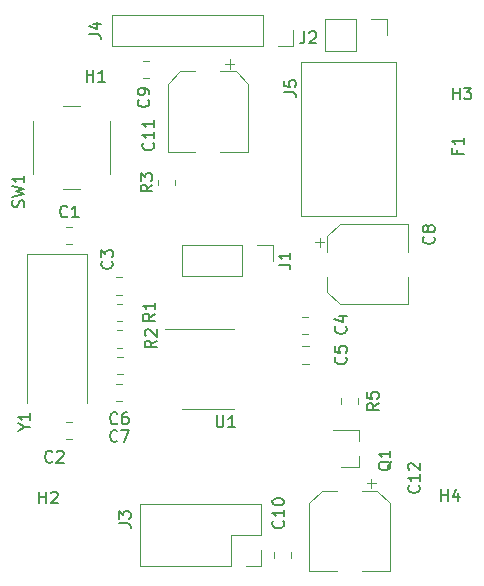
<source format=gbr>
G04 #@! TF.GenerationSoftware,KiCad,Pcbnew,5.1.9-73d0e3b20d~88~ubuntu18.04.1*
G04 #@! TF.CreationDate,2021-01-31T19:14:37+01:00*
G04 #@! TF.ProjectId,stm32_master_bt_bat,73746d33-325f-46d6-9173-7465725f6274,rev?*
G04 #@! TF.SameCoordinates,Original*
G04 #@! TF.FileFunction,Legend,Top*
G04 #@! TF.FilePolarity,Positive*
%FSLAX46Y46*%
G04 Gerber Fmt 4.6, Leading zero omitted, Abs format (unit mm)*
G04 Created by KiCad (PCBNEW 5.1.9-73d0e3b20d~88~ubuntu18.04.1) date 2021-01-31 19:14:37*
%MOMM*%
%LPD*%
G01*
G04 APERTURE LIST*
%ADD10C,0.120000*%
%ADD11C,0.150000*%
G04 APERTURE END LIST*
D10*
X127030000Y-215770000D02*
X127030000Y-217100000D01*
X125700000Y-215770000D02*
X127030000Y-215770000D01*
X124430000Y-215770000D02*
X124430000Y-218430000D01*
X124430000Y-218430000D02*
X119290000Y-218430000D01*
X124430000Y-215770000D02*
X119290000Y-215770000D01*
X119290000Y-215770000D02*
X119290000Y-218430000D01*
X130011252Y-221865000D02*
X129488748Y-221865000D01*
X130011252Y-223335000D02*
X129488748Y-223335000D01*
X128535000Y-242323752D02*
X128535000Y-241801248D01*
X127065000Y-242323752D02*
X127065000Y-241801248D01*
X126030000Y-241600000D02*
X126030000Y-242930000D01*
X126030000Y-242930000D02*
X124700000Y-242930000D01*
X126030000Y-240330000D02*
X123430000Y-240330000D01*
X123430000Y-240330000D02*
X123430000Y-242930000D01*
X123430000Y-242930000D02*
X115750000Y-242930000D01*
X115750000Y-237730000D02*
X115750000Y-242930000D01*
X126030000Y-237730000D02*
X115750000Y-237730000D01*
X126030000Y-237730000D02*
X126030000Y-240330000D01*
X109501248Y-214265000D02*
X110023752Y-214265000D01*
X109501248Y-215735000D02*
X110023752Y-215735000D01*
X109488748Y-232235000D02*
X110011252Y-232235000D01*
X109488748Y-230765000D02*
X110011252Y-230765000D01*
X113701248Y-219985000D02*
X114223752Y-219985000D01*
X113701248Y-218515000D02*
X114223752Y-218515000D01*
X130023752Y-224365000D02*
X129501248Y-224365000D01*
X130023752Y-225835000D02*
X129501248Y-225835000D01*
X114298752Y-226735000D02*
X113776248Y-226735000D01*
X114298752Y-225265000D02*
X113776248Y-225265000D01*
X116001248Y-200165000D02*
X116523752Y-200165000D01*
X116001248Y-201635000D02*
X116523752Y-201635000D01*
X136630000Y-196670000D02*
X136630000Y-198000000D01*
X135300000Y-196670000D02*
X136630000Y-196670000D01*
X134030000Y-196670000D02*
X134030000Y-199330000D01*
X134030000Y-199330000D02*
X131430000Y-199330000D01*
X134030000Y-196670000D02*
X131430000Y-196670000D01*
X131430000Y-196670000D02*
X131430000Y-199330000D01*
X134260000Y-234580000D02*
X132800000Y-234580000D01*
X134260000Y-231420000D02*
X132100000Y-231420000D01*
X134260000Y-231420000D02*
X134260000Y-232350000D01*
X134260000Y-234580000D02*
X134260000Y-233650000D01*
X114227064Y-222235000D02*
X113772936Y-222235000D01*
X114227064Y-220765000D02*
X113772936Y-220765000D01*
X114227064Y-223015000D02*
X113772936Y-223015000D01*
X114227064Y-224485000D02*
X113772936Y-224485000D01*
X118735000Y-210727064D02*
X118735000Y-210272936D01*
X117265000Y-210727064D02*
X117265000Y-210272936D01*
X132765000Y-228772936D02*
X132765000Y-229227064D01*
X134235000Y-228772936D02*
X134235000Y-229227064D01*
X121500000Y-222865000D02*
X117900000Y-222865000D01*
X121500000Y-222865000D02*
X123700000Y-222865000D01*
X121500000Y-229635000D02*
X119300000Y-229635000D01*
X121500000Y-229635000D02*
X123700000Y-229635000D01*
X138410000Y-220810000D02*
X138410000Y-218460000D01*
X138410000Y-213990000D02*
X138410000Y-216340000D01*
X132654437Y-213990000D02*
X138410000Y-213990000D01*
X132654437Y-220810000D02*
X138410000Y-220810000D01*
X131590000Y-219745563D02*
X131590000Y-218460000D01*
X131590000Y-215054437D02*
X131590000Y-216340000D01*
X131590000Y-215054437D02*
X132654437Y-213990000D01*
X131590000Y-219745563D02*
X132654437Y-220810000D01*
X130562500Y-215552500D02*
X131350000Y-215552500D01*
X130956250Y-215158750D02*
X130956250Y-215946250D01*
X123741250Y-200456250D02*
X122953750Y-200456250D01*
X123347500Y-200062500D02*
X123347500Y-200850000D01*
X119154437Y-201090000D02*
X118090000Y-202154437D01*
X123845563Y-201090000D02*
X124910000Y-202154437D01*
X123845563Y-201090000D02*
X122560000Y-201090000D01*
X119154437Y-201090000D02*
X120440000Y-201090000D01*
X118090000Y-202154437D02*
X118090000Y-207910000D01*
X124910000Y-202154437D02*
X124910000Y-207910000D01*
X124910000Y-207910000D02*
X122560000Y-207910000D01*
X118090000Y-207910000D02*
X120440000Y-207910000D01*
X135741250Y-235956250D02*
X134953750Y-235956250D01*
X135347500Y-235562500D02*
X135347500Y-236350000D01*
X131154437Y-236590000D02*
X130090000Y-237654437D01*
X135845563Y-236590000D02*
X136910000Y-237654437D01*
X135845563Y-236590000D02*
X134560000Y-236590000D01*
X131154437Y-236590000D02*
X132440000Y-236590000D01*
X130090000Y-237654437D02*
X130090000Y-243410000D01*
X136910000Y-237654437D02*
X136910000Y-243410000D01*
X136910000Y-243410000D02*
X134560000Y-243410000D01*
X130090000Y-243410000D02*
X132440000Y-243410000D01*
X110700000Y-204050000D02*
X109200000Y-204050000D01*
X106700000Y-205300000D02*
X106700000Y-209800000D01*
X109200000Y-211050000D02*
X110700000Y-211050000D01*
X113200000Y-209800000D02*
X113200000Y-205300000D01*
X114261252Y-228985000D02*
X113738748Y-228985000D01*
X114261252Y-227515000D02*
X113738748Y-227515000D01*
X137400000Y-200300000D02*
X137400000Y-213300000D01*
X137400000Y-213300000D02*
X129400000Y-213300000D01*
X137400000Y-200300000D02*
X129400000Y-200300000D01*
X129400000Y-200300000D02*
X129400000Y-213300000D01*
X111300000Y-229150000D02*
X111300000Y-216550000D01*
X111300000Y-216550000D02*
X106200000Y-216550000D01*
X106200000Y-216550000D02*
X106200000Y-229150000D01*
X128730000Y-197600000D02*
X128730000Y-198930000D01*
X128730000Y-198930000D02*
X127400000Y-198930000D01*
X126130000Y-198930000D02*
X113370000Y-198930000D01*
X113370000Y-196270000D02*
X113370000Y-198930000D01*
X126130000Y-196270000D02*
X113370000Y-196270000D01*
X126130000Y-196270000D02*
X126130000Y-198930000D01*
D11*
X127482380Y-217433333D02*
X128196666Y-217433333D01*
X128339523Y-217480952D01*
X128434761Y-217576190D01*
X128482380Y-217719047D01*
X128482380Y-217814285D01*
X128482380Y-216433333D02*
X128482380Y-217004761D01*
X128482380Y-216719047D02*
X127482380Y-216719047D01*
X127625238Y-216814285D01*
X127720476Y-216909523D01*
X127768095Y-217004761D01*
X111238095Y-201952380D02*
X111238095Y-200952380D01*
X111238095Y-201428571D02*
X111809523Y-201428571D01*
X111809523Y-201952380D02*
X111809523Y-200952380D01*
X112809523Y-201952380D02*
X112238095Y-201952380D01*
X112523809Y-201952380D02*
X112523809Y-200952380D01*
X112428571Y-201095238D01*
X112333333Y-201190476D01*
X112238095Y-201238095D01*
X133157142Y-222666666D02*
X133204761Y-222714285D01*
X133252380Y-222857142D01*
X133252380Y-222952380D01*
X133204761Y-223095238D01*
X133109523Y-223190476D01*
X133014285Y-223238095D01*
X132823809Y-223285714D01*
X132680952Y-223285714D01*
X132490476Y-223238095D01*
X132395238Y-223190476D01*
X132300000Y-223095238D01*
X132252380Y-222952380D01*
X132252380Y-222857142D01*
X132300000Y-222714285D01*
X132347619Y-222666666D01*
X132585714Y-221809523D02*
X133252380Y-221809523D01*
X132204761Y-222047619D02*
X132919047Y-222285714D01*
X132919047Y-221666666D01*
X127857142Y-239142857D02*
X127904761Y-239190476D01*
X127952380Y-239333333D01*
X127952380Y-239428571D01*
X127904761Y-239571428D01*
X127809523Y-239666666D01*
X127714285Y-239714285D01*
X127523809Y-239761904D01*
X127380952Y-239761904D01*
X127190476Y-239714285D01*
X127095238Y-239666666D01*
X127000000Y-239571428D01*
X126952380Y-239428571D01*
X126952380Y-239333333D01*
X127000000Y-239190476D01*
X127047619Y-239142857D01*
X127952380Y-238190476D02*
X127952380Y-238761904D01*
X127952380Y-238476190D02*
X126952380Y-238476190D01*
X127095238Y-238571428D01*
X127190476Y-238666666D01*
X127238095Y-238761904D01*
X126952380Y-237571428D02*
X126952380Y-237476190D01*
X127000000Y-237380952D01*
X127047619Y-237333333D01*
X127142857Y-237285714D01*
X127333333Y-237238095D01*
X127571428Y-237238095D01*
X127761904Y-237285714D01*
X127857142Y-237333333D01*
X127904761Y-237380952D01*
X127952380Y-237476190D01*
X127952380Y-237571428D01*
X127904761Y-237666666D01*
X127857142Y-237714285D01*
X127761904Y-237761904D01*
X127571428Y-237809523D01*
X127333333Y-237809523D01*
X127142857Y-237761904D01*
X127047619Y-237714285D01*
X127000000Y-237666666D01*
X126952380Y-237571428D01*
X113952380Y-239333333D02*
X114666666Y-239333333D01*
X114809523Y-239380952D01*
X114904761Y-239476190D01*
X114952380Y-239619047D01*
X114952380Y-239714285D01*
X113952380Y-238952380D02*
X113952380Y-238333333D01*
X114333333Y-238666666D01*
X114333333Y-238523809D01*
X114380952Y-238428571D01*
X114428571Y-238380952D01*
X114523809Y-238333333D01*
X114761904Y-238333333D01*
X114857142Y-238380952D01*
X114904761Y-238428571D01*
X114952380Y-238523809D01*
X114952380Y-238809523D01*
X114904761Y-238904761D01*
X114857142Y-238952380D01*
X109595833Y-213357142D02*
X109548214Y-213404761D01*
X109405357Y-213452380D01*
X109310119Y-213452380D01*
X109167261Y-213404761D01*
X109072023Y-213309523D01*
X109024404Y-213214285D01*
X108976785Y-213023809D01*
X108976785Y-212880952D01*
X109024404Y-212690476D01*
X109072023Y-212595238D01*
X109167261Y-212500000D01*
X109310119Y-212452380D01*
X109405357Y-212452380D01*
X109548214Y-212500000D01*
X109595833Y-212547619D01*
X110548214Y-213452380D02*
X109976785Y-213452380D01*
X110262500Y-213452380D02*
X110262500Y-212452380D01*
X110167261Y-212595238D01*
X110072023Y-212690476D01*
X109976785Y-212738095D01*
X108333333Y-234107142D02*
X108285714Y-234154761D01*
X108142857Y-234202380D01*
X108047619Y-234202380D01*
X107904761Y-234154761D01*
X107809523Y-234059523D01*
X107761904Y-233964285D01*
X107714285Y-233773809D01*
X107714285Y-233630952D01*
X107761904Y-233440476D01*
X107809523Y-233345238D01*
X107904761Y-233250000D01*
X108047619Y-233202380D01*
X108142857Y-233202380D01*
X108285714Y-233250000D01*
X108333333Y-233297619D01*
X108714285Y-233297619D02*
X108761904Y-233250000D01*
X108857142Y-233202380D01*
X109095238Y-233202380D01*
X109190476Y-233250000D01*
X109238095Y-233297619D01*
X109285714Y-233392857D01*
X109285714Y-233488095D01*
X109238095Y-233630952D01*
X108666666Y-234202380D01*
X109285714Y-234202380D01*
X113357142Y-217166666D02*
X113404761Y-217214285D01*
X113452380Y-217357142D01*
X113452380Y-217452380D01*
X113404761Y-217595238D01*
X113309523Y-217690476D01*
X113214285Y-217738095D01*
X113023809Y-217785714D01*
X112880952Y-217785714D01*
X112690476Y-217738095D01*
X112595238Y-217690476D01*
X112500000Y-217595238D01*
X112452380Y-217452380D01*
X112452380Y-217357142D01*
X112500000Y-217214285D01*
X112547619Y-217166666D01*
X112452380Y-216833333D02*
X112452380Y-216214285D01*
X112833333Y-216547619D01*
X112833333Y-216404761D01*
X112880952Y-216309523D01*
X112928571Y-216261904D01*
X113023809Y-216214285D01*
X113261904Y-216214285D01*
X113357142Y-216261904D01*
X113404761Y-216309523D01*
X113452380Y-216404761D01*
X113452380Y-216690476D01*
X113404761Y-216785714D01*
X113357142Y-216833333D01*
X133157142Y-225266666D02*
X133204761Y-225314285D01*
X133252380Y-225457142D01*
X133252380Y-225552380D01*
X133204761Y-225695238D01*
X133109523Y-225790476D01*
X133014285Y-225838095D01*
X132823809Y-225885714D01*
X132680952Y-225885714D01*
X132490476Y-225838095D01*
X132395238Y-225790476D01*
X132300000Y-225695238D01*
X132252380Y-225552380D01*
X132252380Y-225457142D01*
X132300000Y-225314285D01*
X132347619Y-225266666D01*
X132252380Y-224361904D02*
X132252380Y-224838095D01*
X132728571Y-224885714D01*
X132680952Y-224838095D01*
X132633333Y-224742857D01*
X132633333Y-224504761D01*
X132680952Y-224409523D01*
X132728571Y-224361904D01*
X132823809Y-224314285D01*
X133061904Y-224314285D01*
X133157142Y-224361904D01*
X133204761Y-224409523D01*
X133252380Y-224504761D01*
X133252380Y-224742857D01*
X133204761Y-224838095D01*
X133157142Y-224885714D01*
X113833333Y-230857142D02*
X113785714Y-230904761D01*
X113642857Y-230952380D01*
X113547619Y-230952380D01*
X113404761Y-230904761D01*
X113309523Y-230809523D01*
X113261904Y-230714285D01*
X113214285Y-230523809D01*
X113214285Y-230380952D01*
X113261904Y-230190476D01*
X113309523Y-230095238D01*
X113404761Y-230000000D01*
X113547619Y-229952380D01*
X113642857Y-229952380D01*
X113785714Y-230000000D01*
X113833333Y-230047619D01*
X114690476Y-229952380D02*
X114500000Y-229952380D01*
X114404761Y-230000000D01*
X114357142Y-230047619D01*
X114261904Y-230190476D01*
X114214285Y-230380952D01*
X114214285Y-230761904D01*
X114261904Y-230857142D01*
X114309523Y-230904761D01*
X114404761Y-230952380D01*
X114595238Y-230952380D01*
X114690476Y-230904761D01*
X114738095Y-230857142D01*
X114785714Y-230761904D01*
X114785714Y-230523809D01*
X114738095Y-230428571D01*
X114690476Y-230380952D01*
X114595238Y-230333333D01*
X114404761Y-230333333D01*
X114309523Y-230380952D01*
X114261904Y-230428571D01*
X114214285Y-230523809D01*
X116457142Y-203466666D02*
X116504761Y-203514285D01*
X116552380Y-203657142D01*
X116552380Y-203752380D01*
X116504761Y-203895238D01*
X116409523Y-203990476D01*
X116314285Y-204038095D01*
X116123809Y-204085714D01*
X115980952Y-204085714D01*
X115790476Y-204038095D01*
X115695238Y-203990476D01*
X115600000Y-203895238D01*
X115552380Y-203752380D01*
X115552380Y-203657142D01*
X115600000Y-203514285D01*
X115647619Y-203466666D01*
X116552380Y-202990476D02*
X116552380Y-202800000D01*
X116504761Y-202704761D01*
X116457142Y-202657142D01*
X116314285Y-202561904D01*
X116123809Y-202514285D01*
X115742857Y-202514285D01*
X115647619Y-202561904D01*
X115600000Y-202609523D01*
X115552380Y-202704761D01*
X115552380Y-202895238D01*
X115600000Y-202990476D01*
X115647619Y-203038095D01*
X115742857Y-203085714D01*
X115980952Y-203085714D01*
X116076190Y-203038095D01*
X116123809Y-202990476D01*
X116171428Y-202895238D01*
X116171428Y-202704761D01*
X116123809Y-202609523D01*
X116076190Y-202561904D01*
X115980952Y-202514285D01*
X129666666Y-197702380D02*
X129666666Y-198416666D01*
X129619047Y-198559523D01*
X129523809Y-198654761D01*
X129380952Y-198702380D01*
X129285714Y-198702380D01*
X130095238Y-197797619D02*
X130142857Y-197750000D01*
X130238095Y-197702380D01*
X130476190Y-197702380D01*
X130571428Y-197750000D01*
X130619047Y-197797619D01*
X130666666Y-197892857D01*
X130666666Y-197988095D01*
X130619047Y-198130952D01*
X130047619Y-198702380D01*
X130666666Y-198702380D01*
X137047619Y-234095238D02*
X137000000Y-234190476D01*
X136904761Y-234285714D01*
X136761904Y-234428571D01*
X136714285Y-234523809D01*
X136714285Y-234619047D01*
X136952380Y-234571428D02*
X136904761Y-234666666D01*
X136809523Y-234761904D01*
X136619047Y-234809523D01*
X136285714Y-234809523D01*
X136095238Y-234761904D01*
X136000000Y-234666666D01*
X135952380Y-234571428D01*
X135952380Y-234380952D01*
X136000000Y-234285714D01*
X136095238Y-234190476D01*
X136285714Y-234142857D01*
X136619047Y-234142857D01*
X136809523Y-234190476D01*
X136904761Y-234285714D01*
X136952380Y-234380952D01*
X136952380Y-234571428D01*
X136952380Y-233190476D02*
X136952380Y-233761904D01*
X136952380Y-233476190D02*
X135952380Y-233476190D01*
X136095238Y-233571428D01*
X136190476Y-233666666D01*
X136238095Y-233761904D01*
X117002380Y-221616666D02*
X116526190Y-221950000D01*
X117002380Y-222188095D02*
X116002380Y-222188095D01*
X116002380Y-221807142D01*
X116050000Y-221711904D01*
X116097619Y-221664285D01*
X116192857Y-221616666D01*
X116335714Y-221616666D01*
X116430952Y-221664285D01*
X116478571Y-221711904D01*
X116526190Y-221807142D01*
X116526190Y-222188095D01*
X117002380Y-220664285D02*
X117002380Y-221235714D01*
X117002380Y-220950000D02*
X116002380Y-220950000D01*
X116145238Y-221045238D01*
X116240476Y-221140476D01*
X116288095Y-221235714D01*
X117152380Y-223866666D02*
X116676190Y-224200000D01*
X117152380Y-224438095D02*
X116152380Y-224438095D01*
X116152380Y-224057142D01*
X116200000Y-223961904D01*
X116247619Y-223914285D01*
X116342857Y-223866666D01*
X116485714Y-223866666D01*
X116580952Y-223914285D01*
X116628571Y-223961904D01*
X116676190Y-224057142D01*
X116676190Y-224438095D01*
X116247619Y-223485714D02*
X116200000Y-223438095D01*
X116152380Y-223342857D01*
X116152380Y-223104761D01*
X116200000Y-223009523D01*
X116247619Y-222961904D01*
X116342857Y-222914285D01*
X116438095Y-222914285D01*
X116580952Y-222961904D01*
X117152380Y-223533333D01*
X117152380Y-222914285D01*
X116802380Y-210666666D02*
X116326190Y-211000000D01*
X116802380Y-211238095D02*
X115802380Y-211238095D01*
X115802380Y-210857142D01*
X115850000Y-210761904D01*
X115897619Y-210714285D01*
X115992857Y-210666666D01*
X116135714Y-210666666D01*
X116230952Y-210714285D01*
X116278571Y-210761904D01*
X116326190Y-210857142D01*
X116326190Y-211238095D01*
X115802380Y-210333333D02*
X115802380Y-209714285D01*
X116183333Y-210047619D01*
X116183333Y-209904761D01*
X116230952Y-209809523D01*
X116278571Y-209761904D01*
X116373809Y-209714285D01*
X116611904Y-209714285D01*
X116707142Y-209761904D01*
X116754761Y-209809523D01*
X116802380Y-209904761D01*
X116802380Y-210190476D01*
X116754761Y-210285714D01*
X116707142Y-210333333D01*
X135952380Y-229166666D02*
X135476190Y-229500000D01*
X135952380Y-229738095D02*
X134952380Y-229738095D01*
X134952380Y-229357142D01*
X135000000Y-229261904D01*
X135047619Y-229214285D01*
X135142857Y-229166666D01*
X135285714Y-229166666D01*
X135380952Y-229214285D01*
X135428571Y-229261904D01*
X135476190Y-229357142D01*
X135476190Y-229738095D01*
X134952380Y-228261904D02*
X134952380Y-228738095D01*
X135428571Y-228785714D01*
X135380952Y-228738095D01*
X135333333Y-228642857D01*
X135333333Y-228404761D01*
X135380952Y-228309523D01*
X135428571Y-228261904D01*
X135523809Y-228214285D01*
X135761904Y-228214285D01*
X135857142Y-228261904D01*
X135904761Y-228309523D01*
X135952380Y-228404761D01*
X135952380Y-228642857D01*
X135904761Y-228738095D01*
X135857142Y-228785714D01*
X122238095Y-230202380D02*
X122238095Y-231011904D01*
X122285714Y-231107142D01*
X122333333Y-231154761D01*
X122428571Y-231202380D01*
X122619047Y-231202380D01*
X122714285Y-231154761D01*
X122761904Y-231107142D01*
X122809523Y-231011904D01*
X122809523Y-230202380D01*
X123809523Y-231202380D02*
X123238095Y-231202380D01*
X123523809Y-231202380D02*
X123523809Y-230202380D01*
X123428571Y-230345238D01*
X123333333Y-230440476D01*
X123238095Y-230488095D01*
X140607142Y-215066666D02*
X140654761Y-215114285D01*
X140702380Y-215257142D01*
X140702380Y-215352380D01*
X140654761Y-215495238D01*
X140559523Y-215590476D01*
X140464285Y-215638095D01*
X140273809Y-215685714D01*
X140130952Y-215685714D01*
X139940476Y-215638095D01*
X139845238Y-215590476D01*
X139750000Y-215495238D01*
X139702380Y-215352380D01*
X139702380Y-215257142D01*
X139750000Y-215114285D01*
X139797619Y-215066666D01*
X140130952Y-214495238D02*
X140083333Y-214590476D01*
X140035714Y-214638095D01*
X139940476Y-214685714D01*
X139892857Y-214685714D01*
X139797619Y-214638095D01*
X139750000Y-214590476D01*
X139702380Y-214495238D01*
X139702380Y-214304761D01*
X139750000Y-214209523D01*
X139797619Y-214161904D01*
X139892857Y-214114285D01*
X139940476Y-214114285D01*
X140035714Y-214161904D01*
X140083333Y-214209523D01*
X140130952Y-214304761D01*
X140130952Y-214495238D01*
X140178571Y-214590476D01*
X140226190Y-214638095D01*
X140321428Y-214685714D01*
X140511904Y-214685714D01*
X140607142Y-214638095D01*
X140654761Y-214590476D01*
X140702380Y-214495238D01*
X140702380Y-214304761D01*
X140654761Y-214209523D01*
X140607142Y-214161904D01*
X140511904Y-214114285D01*
X140321428Y-214114285D01*
X140226190Y-214161904D01*
X140178571Y-214209523D01*
X140130952Y-214304761D01*
X116857142Y-207142857D02*
X116904761Y-207190476D01*
X116952380Y-207333333D01*
X116952380Y-207428571D01*
X116904761Y-207571428D01*
X116809523Y-207666666D01*
X116714285Y-207714285D01*
X116523809Y-207761904D01*
X116380952Y-207761904D01*
X116190476Y-207714285D01*
X116095238Y-207666666D01*
X116000000Y-207571428D01*
X115952380Y-207428571D01*
X115952380Y-207333333D01*
X116000000Y-207190476D01*
X116047619Y-207142857D01*
X116952380Y-206190476D02*
X116952380Y-206761904D01*
X116952380Y-206476190D02*
X115952380Y-206476190D01*
X116095238Y-206571428D01*
X116190476Y-206666666D01*
X116238095Y-206761904D01*
X116952380Y-205238095D02*
X116952380Y-205809523D01*
X116952380Y-205523809D02*
X115952380Y-205523809D01*
X116095238Y-205619047D01*
X116190476Y-205714285D01*
X116238095Y-205809523D01*
X139357142Y-236142857D02*
X139404761Y-236190476D01*
X139452380Y-236333333D01*
X139452380Y-236428571D01*
X139404761Y-236571428D01*
X139309523Y-236666666D01*
X139214285Y-236714285D01*
X139023809Y-236761904D01*
X138880952Y-236761904D01*
X138690476Y-236714285D01*
X138595238Y-236666666D01*
X138500000Y-236571428D01*
X138452380Y-236428571D01*
X138452380Y-236333333D01*
X138500000Y-236190476D01*
X138547619Y-236142857D01*
X139452380Y-235190476D02*
X139452380Y-235761904D01*
X139452380Y-235476190D02*
X138452380Y-235476190D01*
X138595238Y-235571428D01*
X138690476Y-235666666D01*
X138738095Y-235761904D01*
X138547619Y-234809523D02*
X138500000Y-234761904D01*
X138452380Y-234666666D01*
X138452380Y-234428571D01*
X138500000Y-234333333D01*
X138547619Y-234285714D01*
X138642857Y-234238095D01*
X138738095Y-234238095D01*
X138880952Y-234285714D01*
X139452380Y-234857142D01*
X139452380Y-234238095D01*
X105904761Y-212583333D02*
X105952380Y-212440476D01*
X105952380Y-212202380D01*
X105904761Y-212107142D01*
X105857142Y-212059523D01*
X105761904Y-212011904D01*
X105666666Y-212011904D01*
X105571428Y-212059523D01*
X105523809Y-212107142D01*
X105476190Y-212202380D01*
X105428571Y-212392857D01*
X105380952Y-212488095D01*
X105333333Y-212535714D01*
X105238095Y-212583333D01*
X105142857Y-212583333D01*
X105047619Y-212535714D01*
X105000000Y-212488095D01*
X104952380Y-212392857D01*
X104952380Y-212154761D01*
X105000000Y-212011904D01*
X104952380Y-211678571D02*
X105952380Y-211440476D01*
X105238095Y-211250000D01*
X105952380Y-211059523D01*
X104952380Y-210821428D01*
X105952380Y-209916666D02*
X105952380Y-210488095D01*
X105952380Y-210202380D02*
X104952380Y-210202380D01*
X105095238Y-210297619D01*
X105190476Y-210392857D01*
X105238095Y-210488095D01*
X113833333Y-232357142D02*
X113785714Y-232404761D01*
X113642857Y-232452380D01*
X113547619Y-232452380D01*
X113404761Y-232404761D01*
X113309523Y-232309523D01*
X113261904Y-232214285D01*
X113214285Y-232023809D01*
X113214285Y-231880952D01*
X113261904Y-231690476D01*
X113309523Y-231595238D01*
X113404761Y-231500000D01*
X113547619Y-231452380D01*
X113642857Y-231452380D01*
X113785714Y-231500000D01*
X113833333Y-231547619D01*
X114166666Y-231452380D02*
X114833333Y-231452380D01*
X114404761Y-232452380D01*
X142628571Y-207733333D02*
X142628571Y-208066666D01*
X143152380Y-208066666D02*
X142152380Y-208066666D01*
X142152380Y-207590476D01*
X143152380Y-206685714D02*
X143152380Y-207257142D01*
X143152380Y-206971428D02*
X142152380Y-206971428D01*
X142295238Y-207066666D01*
X142390476Y-207161904D01*
X142438095Y-207257142D01*
X107238095Y-237652380D02*
X107238095Y-236652380D01*
X107238095Y-237128571D02*
X107809523Y-237128571D01*
X107809523Y-237652380D02*
X107809523Y-236652380D01*
X108238095Y-236747619D02*
X108285714Y-236700000D01*
X108380952Y-236652380D01*
X108619047Y-236652380D01*
X108714285Y-236700000D01*
X108761904Y-236747619D01*
X108809523Y-236842857D01*
X108809523Y-236938095D01*
X108761904Y-237080952D01*
X108190476Y-237652380D01*
X108809523Y-237652380D01*
X142238095Y-203452380D02*
X142238095Y-202452380D01*
X142238095Y-202928571D02*
X142809523Y-202928571D01*
X142809523Y-203452380D02*
X142809523Y-202452380D01*
X143190476Y-202452380D02*
X143809523Y-202452380D01*
X143476190Y-202833333D01*
X143619047Y-202833333D01*
X143714285Y-202880952D01*
X143761904Y-202928571D01*
X143809523Y-203023809D01*
X143809523Y-203261904D01*
X143761904Y-203357142D01*
X143714285Y-203404761D01*
X143619047Y-203452380D01*
X143333333Y-203452380D01*
X143238095Y-203404761D01*
X143190476Y-203357142D01*
X141238095Y-237452380D02*
X141238095Y-236452380D01*
X141238095Y-236928571D02*
X141809523Y-236928571D01*
X141809523Y-237452380D02*
X141809523Y-236452380D01*
X142714285Y-236785714D02*
X142714285Y-237452380D01*
X142476190Y-236404761D02*
X142238095Y-237119047D01*
X142857142Y-237119047D01*
X127952380Y-202833333D02*
X128666666Y-202833333D01*
X128809523Y-202880952D01*
X128904761Y-202976190D01*
X128952380Y-203119047D01*
X128952380Y-203214285D01*
X127952380Y-201880952D02*
X127952380Y-202357142D01*
X128428571Y-202404761D01*
X128380952Y-202357142D01*
X128333333Y-202261904D01*
X128333333Y-202023809D01*
X128380952Y-201928571D01*
X128428571Y-201880952D01*
X128523809Y-201833333D01*
X128761904Y-201833333D01*
X128857142Y-201880952D01*
X128904761Y-201928571D01*
X128952380Y-202023809D01*
X128952380Y-202261904D01*
X128904761Y-202357142D01*
X128857142Y-202404761D01*
X105976190Y-231226190D02*
X106452380Y-231226190D01*
X105452380Y-231559523D02*
X105976190Y-231226190D01*
X105452380Y-230892857D01*
X106452380Y-230035714D02*
X106452380Y-230607142D01*
X106452380Y-230321428D02*
X105452380Y-230321428D01*
X105595238Y-230416666D01*
X105690476Y-230511904D01*
X105738095Y-230607142D01*
X111452380Y-197933333D02*
X112166666Y-197933333D01*
X112309523Y-197980952D01*
X112404761Y-198076190D01*
X112452380Y-198219047D01*
X112452380Y-198314285D01*
X111785714Y-197028571D02*
X112452380Y-197028571D01*
X111404761Y-197266666D02*
X112119047Y-197504761D01*
X112119047Y-196885714D01*
M02*

</source>
